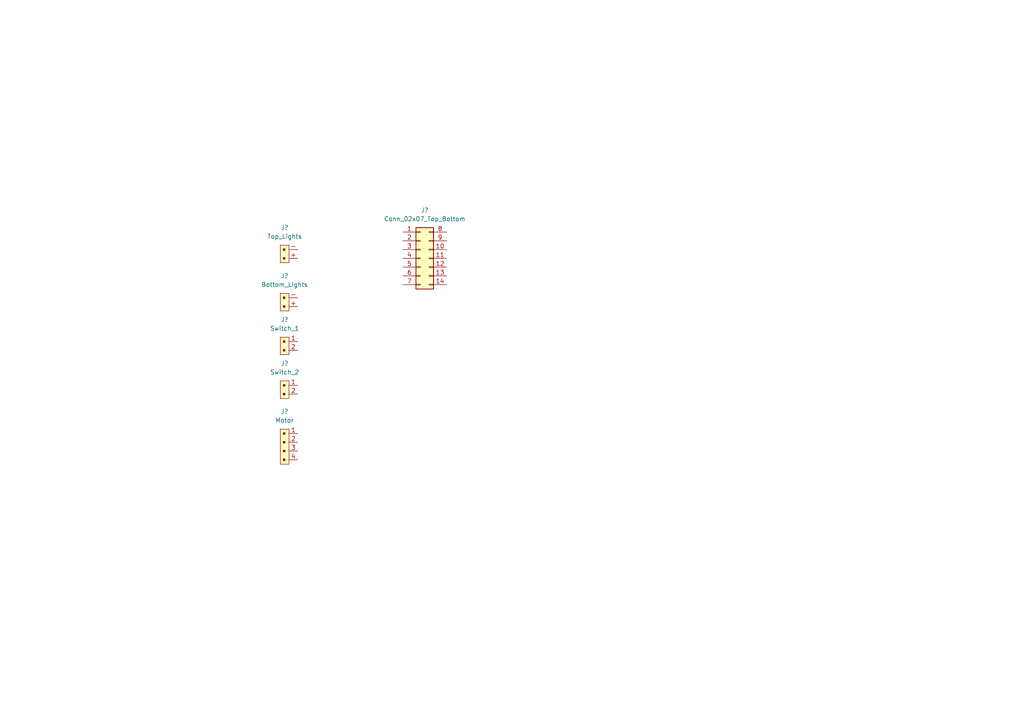
<source format=kicad_sch>
(kicad_sch (version 20230121) (generator eeschema)
  (paper "A4")
  (lib_symbols
    (symbol "B2B-XH-A_LF__SN__1" (pin_names (offset 1.016))
      (property "Reference" "J?" (at -6.35 -1.27 90))
      (property "Value" "Top_Lights" (at -3.81 -1.27 90))
      (symbol "B2B-XH-A_LF__SN__1_1_1"
        (rectangle (start -1.27 0) (end 3.81 -2.54) (fill (type background)))
        (rectangle (start -0.254 -1.143) (end 0.254 -1.651) (fill (type outline)))
        (rectangle (start 2.286 -1.143) (end 2.794 -1.651) (fill (type outline)))
        (pin passive line (at 2.54 2.54 270) (length 2.54) (name "~") (number "+"))
        (pin passive line (at 0 2.54 270) (length 2.54) (name "~") (number "-"))
      )
    )
    (symbol "B2B-XH-A_LF__SN__2" (pin_names (offset 1.016))
      (property "Reference" "J?" (at -6.35 -1.27 90))
      (property "Value" "Bottom_Lights" (at -3.81 -1.27 90))
      (symbol "B2B-XH-A_LF__SN__2_1_1"
        (rectangle (start -1.27 0) (end 3.81 -2.54) (fill (type background)))
        (rectangle (start -0.254 -1.143) (end 0.254 -1.651) (fill (type outline)))
        (rectangle (start 2.286 -1.143) (end 2.794 -1.651) (fill (type outline)))
        (pin passive line (at 2.54 2.54 270) (length 2.54) (name "~") (number "+"))
        (pin passive line (at 0 2.54 270) (length 2.54) (name "~") (number "-"))
      )
    )
    (symbol "Connector_Generic:Conn_02x07_Top_Bottom" (pin_names (offset 1.016) hide)
      (property "Reference" "J" (at 1.27 10.16 0))
      (property "Value" "Conn_02x07_Top_Bottom" (at 1.27 -10.16 0))
      (symbol "Conn_02x07_Top_Bottom_1_1"
        (rectangle (start -1.27 -7.493) (end 0 -7.747) (stroke (width 0.1524)))
        (rectangle (start -1.27 -4.953) (end 0 -5.207) (stroke (width 0.1524)))
        (rectangle (start -1.27 -2.413) (end 0 -2.667) (stroke (width 0.1524)))
        (rectangle (start -1.27 0.127) (end 0 -0.127) (stroke (width 0.1524)))
        (rectangle (start -1.27 2.667) (end 0 2.413) (stroke (width 0.1524)))
        (rectangle (start -1.27 5.207) (end 0 4.953) (stroke (width 0.1524)))
        (rectangle (start -1.27 7.747) (end 0 7.493) (stroke (width 0.1524)))
        (rectangle (start -1.27 8.89) (end 3.81 -8.89) (stroke (width 0.254)) (fill (type background)))
        (rectangle (start 3.81 -7.493) (end 2.54 -7.747) (stroke (width 0.1524)))
        (rectangle (start 3.81 -4.953) (end 2.54 -5.207) (stroke (width 0.1524)))
        (rectangle (start 3.81 -2.413) (end 2.54 -2.667) (stroke (width 0.1524)))
        (rectangle (start 3.81 0.127) (end 2.54 -0.127) (stroke (width 0.1524)))
        (rectangle (start 3.81 2.667) (end 2.54 2.413) (stroke (width 0.1524)))
        (rectangle (start 3.81 5.207) (end 2.54 4.953) (stroke (width 0.1524)))
        (rectangle (start 3.81 7.747) (end 2.54 7.493) (stroke (width 0.1524)))
        (pin passive line (at -5.08 7.62 0) (length 3.81) (name "Pin_1") (number "1"))
        (pin passive line (at 7.62 2.54 180) (length 3.81) (name "Pin_10") (number "10"))
        (pin passive line (at 7.62 0 180) (length 3.81) (name "Pin_11") (number "11"))
        (pin passive line (at 7.62 -2.54 180) (length 3.81) (name "Pin_12") (number "12"))
        (pin passive line (at 7.62 -5.08 180) (length 3.81) (name "Pin_13") (number "13"))
        (pin passive line (at 7.62 -7.62 180) (length 3.81) (name "Pin_14") (number "14"))
        (pin passive line (at -5.08 5.08 0) (length 3.81) (name "Pin_2") (number "2"))
        (pin passive line (at -5.08 2.54 0) (length 3.81) (name "Pin_3") (number "3"))
        (pin passive line (at -5.08 0 0) (length 3.81) (name "Pin_4") (number "4"))
        (pin passive line (at -5.08 -2.54 0) (length 3.81) (name "Pin_5") (number "5"))
        (pin passive line (at -5.08 -5.08 0) (length 3.81) (name "Pin_6") (number "6"))
        (pin passive line (at -5.08 -7.62 0) (length 3.81) (name "Pin_7") (number "7"))
        (pin passive line (at 7.62 7.62 180) (length 3.81) (name "Pin_8") (number "8"))
        (pin passive line (at 7.62 5.08 180) (length 3.81) (name "Pin_9") (number "9"))
      )
    )
    (symbol "dk_Rectangular-Connectors-Headers-Male-Pins:B2B-XH-A_LF__SN_" (pin_names (offset 1.016))
      (property "Reference" "J" (at -2.54 -1.27 0))
      (property "Value" "B2B-XH-A_LF__SN_" (at 1.27 -3.81 0))
      (symbol "B2B-XH-A_LF__SN__1_1"
        (rectangle (start -1.27 0) (end 3.81 -2.54) (fill (type background)))
        (rectangle (start -0.254 -1.143) (end 0.254 -1.651) (fill (type outline)))
        (rectangle (start 2.286 -1.143) (end 2.794 -1.651) (fill (type outline)))
        (pin passive line (at 0 2.54 270) (length 2.54) (name "~") (number "1"))
        (pin passive line (at 2.54 2.54 270) (length 2.54) (name "~") (number "2"))
      )
    )
    (symbol "dk_Rectangular-Connectors-Headers-Male-Pins:B4B-XH-A_LF__SN_" (pin_names (offset 1.016))
      (property "Reference" "J" (at -2.54 -1.27 0))
      (property "Value" "B4B-XH-A_LF__SN_" (at 3.81 -3.81 0))
      (symbol "B4B-XH-A_LF__SN__1_1"
        (rectangle (start -1.27 0) (end 8.89 -2.54) (fill (type background)))
        (rectangle (start -0.254 -1.143) (end 0.254 -1.651) (fill (type outline)))
        (rectangle (start 2.286 -1.143) (end 2.794 -1.651) (fill (type outline)))
        (rectangle (start 4.826 -1.143) (end 5.334 -1.651) (fill (type outline)))
        (rectangle (start 7.366 -1.143) (end 7.874 -1.651) (fill (type outline)))
        (pin passive line (at 0 2.54 270) (length 2.54) (name "~") (number "1"))
        (pin passive line (at 2.54 2.54 270) (length 2.54) (name "~") (number "2"))
        (pin passive line (at 5.08 2.54 270) (length 2.54) (name "~") (number "3"))
        (pin passive line (at 7.62 2.54 270) (length 2.54) (name "~") (number "4"))
      )
    )
  )
  (symbol (lib_id "Connector_Generic:Conn_02x07_Top_Bottom") (at 121.92 74.93 0) (unit 1)
    (property "Reference" "J?" (at 123.19 60.96 0))
    (property "Value" "Conn_02x07_Top_Bottom" (at 123.19 63.5 0))
    (property "Footprint" "Connector_IDC:IDC-Header_2x07_P2.54mm_Vertical" (effects hide))
  )
  (symbol (lib_name "B2B-XH-A_LF__SN__2") (lib_id "dk_Rectangular-Connectors-Headers-Male-Pins:B2B-XH-A_LF__SN_") (at 83.82 86.36 270) (unit 1)
    (property "Reference" "J?" (at 82.55 80.01 90))
    (property "Value" "Bottom_Lights" (at 82.55 82.55 90))
    (property "Footprint" "digikey-footprints:PinHeader_1x2_P2.5mm_Drill1.1mm" (effects hide))
    (property "Datasheet" "http://www.jst-mfg.com/product/pdf/eng/eXH.pdf" (effects hide))
    (property "Digi-Key_PN" "455-2247-ND" (effects hide))
    (property "MPN" "B2B-XH-A(LF)(SN)" (effects hide))
    (property "Category" "Connectors, Interconnects" (effects hide))
    (property "Family" "Rectangular Connectors - Headers, Male Pins" (effects hide))
    (property "DK_Datasheet_Link" "http://www.jst-mfg.com/product/pdf/eng/eXH.pdf" (effects hide))
    (property "DK_Detail_Page" "/product-detail/en/jst-sales-america-inc/B2B-XH-A(LF)(SN)/455-2247-ND/1651045" (effects hide))
    (property "Description" "CONN HEADER VERT 2POS 2.5MM" (effects hide))
    (property "Manufacturer" "JST Sales America Inc." (effects hide))
    (property "Status" "Active" (effects hide))
  )
  (symbol (lib_id "dk_Rectangular-Connectors-Headers-Male-Pins:B2B-XH-A_LF__SN_") (at 83.82 111.76 270) (unit 1)
    (property "Reference" "J?" (at 82.55 105.41 90))
    (property "Value" "Switch_2" (at 82.55 107.95 90))
    (property "Footprint" "digikey-footprints:PinHeader_1x2_P2.5mm_Drill1.1mm" (effects hide))
    (property "Datasheet" "http://www.jst-mfg.com/product/pdf/eng/eXH.pdf" (effects hide))
    (property "Digi-Key_PN" "455-2247-ND" (effects hide))
    (property "MPN" "B2B-XH-A(LF)(SN)" (effects hide))
    (property "Category" "Connectors, Interconnects" (effects hide))
    (property "Family" "Rectangular Connectors - Headers, Male Pins" (effects hide))
    (property "DK_Datasheet_Link" "http://www.jst-mfg.com/product/pdf/eng/eXH.pdf" (effects hide))
    (property "DK_Detail_Page" "/product-detail/en/jst-sales-america-inc/B2B-XH-A(LF)(SN)/455-2247-ND/1651045" (effects hide))
    (property "Description" "CONN HEADER VERT 2POS 2.5MM" (effects hide))
    (property "Manufacturer" "JST Sales America Inc." (effects hide))
    (property "Status" "Active" (effects hide))
  )
  (symbol (lib_id "dk_Rectangular-Connectors-Headers-Male-Pins:B4B-XH-A_LF__SN_") (at 83.82 125.73 270) (unit 1)
    (property "Reference" "J?" (at 82.55 119.38 90))
    (property "Value" "Motor" (at 82.55 121.92 90))
    (property "Footprint" "digikey-footprints:PinHeader_1x4_P2.5mm_Drill1.1mm" (effects hide))
    (property "Datasheet" "http://www.jst-mfg.com/product/pdf/eng/eXH.pdf" (effects hide))
    (property "Digi-Key_PN" "455-2249-ND" (effects hide))
    (property "MPN" "B4B-XH-A(LF)(SN)" (effects hide))
    (property "Category" "Connectors, Interconnects" (effects hide))
    (property "Family" "Rectangular Connectors - Headers, Male Pins" (effects hide))
    (property "DK_Datasheet_Link" "http://www.jst-mfg.com/product/pdf/eng/eXH.pdf" (effects hide))
    (property "DK_Detail_Page" "/product-detail/en/jst-sales-america-inc/B4B-XH-A(LF)(SN)/455-2249-ND/1651047" (effects hide))
    (property "Description" "CONN HEADER VERT 4POS 2.5MM" (effects hide))
    (property "Manufacturer" "JST Sales America Inc." (effects hide))
    (property "Status" "Active" (effects hide))
  )
  (symbol (lib_id "dk_Rectangular-Connectors-Headers-Male-Pins:B2B-XH-A_LF__SN_") (at 83.82 99.06 270) (unit 1)
    (property "Reference" "J?" (at 82.55 92.71 90))
    (property "Value" "Switch_1" (at 82.55 95.25 90))
    (property "Footprint" "digikey-footprints:PinHeader_1x2_P2.5mm_Drill1.1mm" (effects hide))
    (property "Datasheet" "http://www.jst-mfg.com/product/pdf/eng/eXH.pdf" (effects hide))
    (property "Digi-Key_PN" "455-2247-ND" (effects hide))
    (property "MPN" "B2B-XH-A(LF)(SN)" (effects hide))
    (property "Category" "Connectors, Interconnects" (effects hide))
    (property "Family" "Rectangular Connectors - Headers, Male Pins" (effects hide))
    (property "DK_Datasheet_Link" "http://www.jst-mfg.com/product/pdf/eng/eXH.pdf" (effects hide))
    (property "DK_Detail_Page" "/product-detail/en/jst-sales-america-inc/B2B-XH-A(LF)(SN)/455-2247-ND/1651045" (effects hide))
    (property "Description" "CONN HEADER VERT 2POS 2.5MM" (effects hide))
    (property "Manufacturer" "JST Sales America Inc." (effects hide))
    (property "Status" "Active" (effects hide))
  )
  (symbol (lib_name "B2B-XH-A_LF__SN__1") (lib_id "dk_Rectangular-Connectors-Headers-Male-Pins:B2B-XH-A_LF__SN_") (at 83.82 72.39 270) (unit 1)
    (property "Reference" "J?" (at 82.55 66.04 90))
    (property "Value" "Top_Lights" (at 82.55 68.58 90))
    (property "Footprint" "digikey-footprints:PinHeader_1x2_P2.5mm_Drill1.1mm" (effects hide))
    (property "Datasheet" "http://www.jst-mfg.com/product/pdf/eng/eXH.pdf" (effects hide))
    (property "Digi-Key_PN" "455-2247-ND" (effects hide))
    (property "MPN" "B2B-XH-A(LF)(SN)" (effects hide))
    (property "Category" "Connectors, Interconnects" (effects hide))
    (property "Family" "Rectangular Connectors - Headers, Male Pins" (effects hide))
    (property "DK_Datasheet_Link" "http://www.jst-mfg.com/product/pdf/eng/eXH.pdf" (effects hide))
    (property "DK_Detail_Page" "/product-detail/en/jst-sales-america-inc/B2B-XH-A(LF)(SN)/455-2247-ND/1651045" (effects hide))
    (property "Description" "CONN HEADER VERT 2POS 2.5MM" (effects hide))
    (property "Manufacturer" "JST Sales America Inc." (effects hide))
    (property "Status" "Active" (effects hide))
  )
)
</source>
